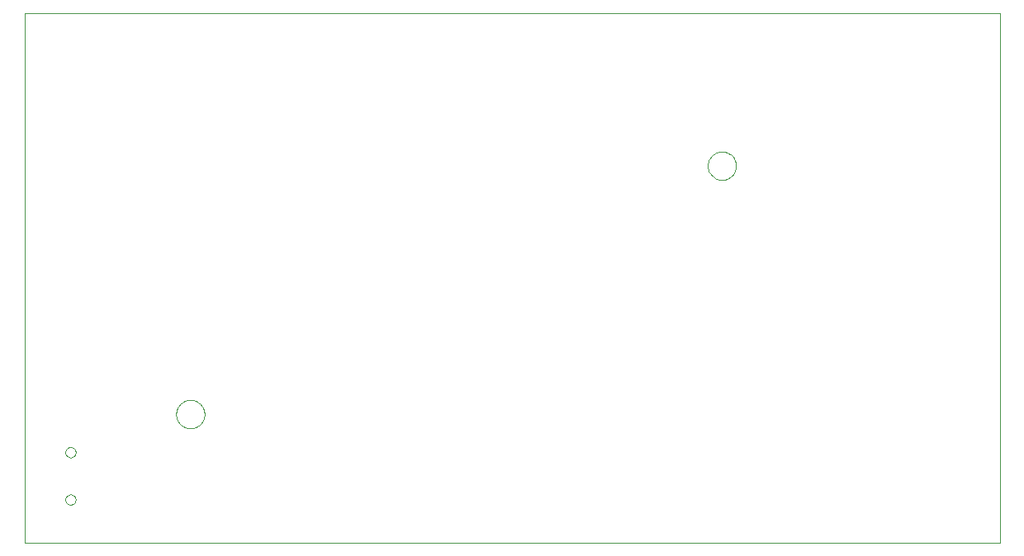
<source format=gbp>
G75*
%MOIN*%
%OFA0B0*%
%FSLAX24Y24*%
%IPPOS*%
%LPD*%
%AMOC8*
5,1,8,0,0,1.08239X$1,22.5*
%
%ADD10C,0.0000*%
D10*
X009750Y000930D02*
X009750Y022326D01*
X049120Y022326D01*
X049120Y000930D01*
X009750Y000930D01*
X011405Y002675D02*
X011407Y002703D01*
X011413Y002731D01*
X011422Y002757D01*
X011435Y002783D01*
X011451Y002806D01*
X011471Y002826D01*
X011493Y002844D01*
X011517Y002859D01*
X011543Y002870D01*
X011570Y002878D01*
X011598Y002882D01*
X011626Y002882D01*
X011654Y002878D01*
X011681Y002870D01*
X011707Y002859D01*
X011731Y002844D01*
X011753Y002826D01*
X011773Y002806D01*
X011789Y002783D01*
X011802Y002757D01*
X011811Y002731D01*
X011817Y002703D01*
X011819Y002675D01*
X011817Y002647D01*
X011811Y002619D01*
X011802Y002593D01*
X011789Y002567D01*
X011773Y002544D01*
X011753Y002524D01*
X011731Y002506D01*
X011707Y002491D01*
X011681Y002480D01*
X011654Y002472D01*
X011626Y002468D01*
X011598Y002468D01*
X011570Y002472D01*
X011543Y002480D01*
X011517Y002491D01*
X011493Y002506D01*
X011471Y002524D01*
X011451Y002544D01*
X011435Y002567D01*
X011422Y002593D01*
X011413Y002619D01*
X011407Y002647D01*
X011405Y002675D01*
X011405Y004585D02*
X011407Y004613D01*
X011413Y004641D01*
X011422Y004667D01*
X011435Y004693D01*
X011451Y004716D01*
X011471Y004736D01*
X011493Y004754D01*
X011517Y004769D01*
X011543Y004780D01*
X011570Y004788D01*
X011598Y004792D01*
X011626Y004792D01*
X011654Y004788D01*
X011681Y004780D01*
X011707Y004769D01*
X011731Y004754D01*
X011753Y004736D01*
X011773Y004716D01*
X011789Y004693D01*
X011802Y004667D01*
X011811Y004641D01*
X011817Y004613D01*
X011819Y004585D01*
X011817Y004557D01*
X011811Y004529D01*
X011802Y004503D01*
X011789Y004477D01*
X011773Y004454D01*
X011753Y004434D01*
X011731Y004416D01*
X011707Y004401D01*
X011681Y004390D01*
X011654Y004382D01*
X011626Y004378D01*
X011598Y004378D01*
X011570Y004382D01*
X011543Y004390D01*
X011517Y004401D01*
X011493Y004416D01*
X011471Y004434D01*
X011451Y004454D01*
X011435Y004477D01*
X011422Y004503D01*
X011413Y004529D01*
X011407Y004557D01*
X011405Y004585D01*
X015879Y006125D02*
X015881Y006172D01*
X015887Y006219D01*
X015896Y006265D01*
X015910Y006310D01*
X015927Y006354D01*
X015948Y006397D01*
X015972Y006437D01*
X015999Y006476D01*
X016030Y006512D01*
X016063Y006545D01*
X016099Y006576D01*
X016138Y006603D01*
X016178Y006627D01*
X016221Y006648D01*
X016265Y006665D01*
X016310Y006679D01*
X016356Y006688D01*
X016403Y006694D01*
X016450Y006696D01*
X016497Y006694D01*
X016544Y006688D01*
X016590Y006679D01*
X016635Y006665D01*
X016679Y006648D01*
X016722Y006627D01*
X016762Y006603D01*
X016801Y006576D01*
X016837Y006545D01*
X016870Y006512D01*
X016901Y006476D01*
X016928Y006437D01*
X016952Y006397D01*
X016973Y006354D01*
X016990Y006310D01*
X017004Y006265D01*
X017013Y006219D01*
X017019Y006172D01*
X017021Y006125D01*
X017019Y006078D01*
X017013Y006031D01*
X017004Y005985D01*
X016990Y005940D01*
X016973Y005896D01*
X016952Y005853D01*
X016928Y005813D01*
X016901Y005774D01*
X016870Y005738D01*
X016837Y005705D01*
X016801Y005674D01*
X016762Y005647D01*
X016722Y005623D01*
X016679Y005602D01*
X016635Y005585D01*
X016590Y005571D01*
X016544Y005562D01*
X016497Y005556D01*
X016450Y005554D01*
X016403Y005556D01*
X016356Y005562D01*
X016310Y005571D01*
X016265Y005585D01*
X016221Y005602D01*
X016178Y005623D01*
X016138Y005647D01*
X016099Y005674D01*
X016063Y005705D01*
X016030Y005738D01*
X015999Y005774D01*
X015972Y005813D01*
X015948Y005853D01*
X015927Y005896D01*
X015910Y005940D01*
X015896Y005985D01*
X015887Y006031D01*
X015881Y006078D01*
X015879Y006125D01*
X037334Y016165D02*
X037336Y016212D01*
X037342Y016259D01*
X037351Y016305D01*
X037365Y016350D01*
X037382Y016394D01*
X037403Y016437D01*
X037427Y016477D01*
X037454Y016516D01*
X037485Y016552D01*
X037518Y016585D01*
X037554Y016616D01*
X037593Y016643D01*
X037633Y016667D01*
X037676Y016688D01*
X037720Y016705D01*
X037765Y016719D01*
X037811Y016728D01*
X037858Y016734D01*
X037905Y016736D01*
X037952Y016734D01*
X037999Y016728D01*
X038045Y016719D01*
X038090Y016705D01*
X038134Y016688D01*
X038177Y016667D01*
X038217Y016643D01*
X038256Y016616D01*
X038292Y016585D01*
X038325Y016552D01*
X038356Y016516D01*
X038383Y016477D01*
X038407Y016437D01*
X038428Y016394D01*
X038445Y016350D01*
X038459Y016305D01*
X038468Y016259D01*
X038474Y016212D01*
X038476Y016165D01*
X038474Y016118D01*
X038468Y016071D01*
X038459Y016025D01*
X038445Y015980D01*
X038428Y015936D01*
X038407Y015893D01*
X038383Y015853D01*
X038356Y015814D01*
X038325Y015778D01*
X038292Y015745D01*
X038256Y015714D01*
X038217Y015687D01*
X038177Y015663D01*
X038134Y015642D01*
X038090Y015625D01*
X038045Y015611D01*
X037999Y015602D01*
X037952Y015596D01*
X037905Y015594D01*
X037858Y015596D01*
X037811Y015602D01*
X037765Y015611D01*
X037720Y015625D01*
X037676Y015642D01*
X037633Y015663D01*
X037593Y015687D01*
X037554Y015714D01*
X037518Y015745D01*
X037485Y015778D01*
X037454Y015814D01*
X037427Y015853D01*
X037403Y015893D01*
X037382Y015936D01*
X037365Y015980D01*
X037351Y016025D01*
X037342Y016071D01*
X037336Y016118D01*
X037334Y016165D01*
M02*

</source>
